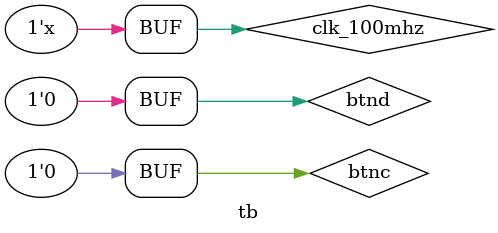
<source format=sv>

module tb;

logic clk_100mhz;
logic [15:0] sw;
logic btnc;
logic btnu;
logic btnl;
logic btnr;
logic btnd;
logic [15:0] led;
//logic led16_b;
wire led16_b;
logic led16_g;
logic led16_r;
logic led17_b;
logic led17_g;
logic led17_r;
logic [7:0] an;
logic ca; 
logic cb; 
logic cc; 
logic cd; 
logic ce; 
logic cf; 
logic cg;

//==============================
// top 
//==============================
top dut
(
    .clk_100mhz(clk_100mhz),
    .sw(sw),
    .btnc(btnc),
    .btnu(btnu),
    .btnl(btnl),
    .btnr(btnr),
    .btnd(btnd),
    .led(led),
    .led16_b(led16_b),
    .led16_g(led16_g),
    .led16_r(led16_r),
    .led17_b(led17_b),
    .led17_g(led17_g),
    .led17_r(led17_r),
    .an(an),
    .ca(ca), 
    .cb(cb), 
    .cc(cc), 
    .cd(cd), 
    .ce(ce), 
    .cf(cf), 
    .cg(cg)
);



//==============================================
// Clock (10ns)
//==============================================
always begin
    #5 clk_100mhz = !clk_100mhz;
end


initial begin
    // initialize clk
    clk_100mhz = 1'b1;
    btnc = 1'b1;
    btnd = 1'b0;
    #11;
    // de-assert rst
    btnc = 1'b0;
    #30000
    btnd = 1'b1;
    #10000
    btnd = 1'b0;
    //
    #200000;
end

endmodule

</source>
